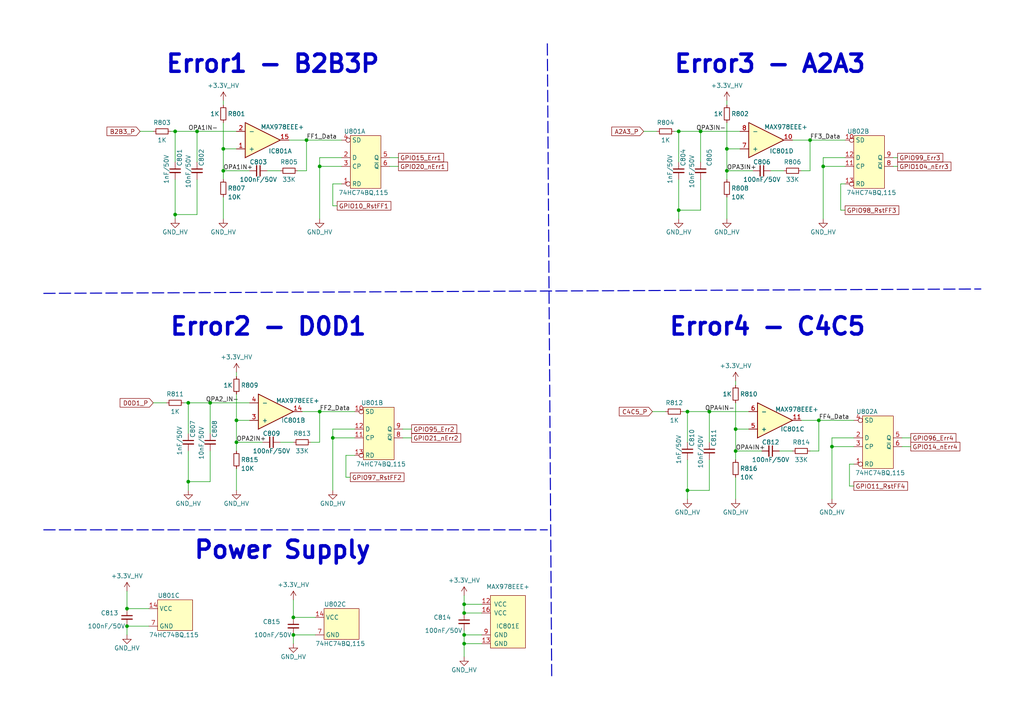
<source format=kicad_sch>
(kicad_sch (version 20211123) (generator eeschema)
  (paper "A4")
  (lib_symbols
    (symbol "LEA_SymbolLibrary:+3.3V_HV" (power) (pin_numbers hide) (pin_names (offset 0))
      (property "Value" "+3.3V_HV" (at 0 5.08 0))
      (symbol "+3.3V_HV_1_1"
        (polyline (pts (xy -0.762 1.27) (xy 0 2.54)))
        (polyline (pts (xy 0 0) (xy 0 2.54)))
        (polyline (pts (xy 0 2.54) (xy 0.762 1.27)))
        (pin power_in line (at 0 0 90) (length 0) hide (name "+3.3V_HV") (number "1"))
      )
    )
    (symbol "LEA_SymbolLibrary:74HC74BQ,115"
      (property "Reference" "U" (at -7.62 12.7 0))
      (property "Value" "74HC74BQ,115" (at -3.81 -5.08 0))
      (symbol "74HC74BQ,115_1_1"
        (rectangle (start -8.89 11.43) (end 0 -3.81) (stroke (width 0.1524)) (fill (type background)))
        (pin input inverted (at -11.43 -2.54 0) (length 2.54) (name "RD") (number "1"))
        (pin input line (at -11.43 5.08 0) (length 2.54) (name "D") (number "2"))
        (pin input line (at -11.43 2.54 0) (length 2.54) (name "CP") (number "3"))
        (pin input inverted (at -11.43 10.16 0) (length 2.54) (name "SD") (number "4"))
        (pin output line (at 2.54 5.08 180) (length 2.54) (name "Q") (number "5"))
        (pin output line (at 2.54 2.54 180) (length 2.54) (name "~{Q}") (number "6"))
      )
      (symbol "74HC74BQ,115_2_1"
        (rectangle (start -8.89 11.43) (end 0 -3.81) (stroke (width 0.1524)) (fill (type background)))
        (pin input inverted (at -11.43 10.16 0) (length 2.54) (name "SD") (number "10"))
        (pin input line (at -11.43 2.54 0) (length 2.54) (name "CP") (number "11"))
        (pin input line (at -11.43 5.08 0) (length 2.54) (name "D") (number "12"))
        (pin input inverted (at -11.43 -2.54 0) (length 2.54) (name "RD") (number "13"))
        (pin output line (at 2.54 2.54 180) (length 2.54) (name "~{Q}") (number "8"))
        (pin output line (at 2.54 5.08 180) (length 2.54) (name "Q") (number "9"))
      )
      (symbol "74HC74BQ,115_3_1"
        (rectangle (start -10.16 7.62) (end 0 -1.27) (stroke (width 0.1524)) (fill (type background)))
        (pin power_in line (at -12.7 5.08 0) (length 2.54) (name "VCC") (number "14"))
        (pin power_in line (at -12.7 0 0) (length 2.54) (name "GND") (number "7"))
      )
    )
    (symbol "LEA_SymbolLibrary:C_0402" (pin_numbers hide) (pin_names (offset 0.254) hide)
      (property "Reference" "C" (at 0.254 1.778 0))
      (property "Value" "C_0402" (at 0.254 -2.032 0))
      (symbol "C_0402_0_1"
        (polyline (pts (xy -1.524 -0.508) (xy 1.524 -0.508)) (stroke (width 0.3302)))
        (polyline (pts (xy -1.524 0.508) (xy 1.524 0.508)) (stroke (width 0.3048)))
      )
      (symbol "C_0402_1_1"
        (pin passive line (at 0 2.54 270) (length 2.032) (name "1") (number "1"))
        (pin passive line (at 0 -2.54 90) (length 2.032) (name "2") (number "2"))
      )
    )
    (symbol "LEA_SymbolLibrary:GND_HV" (power) (pin_numbers hide) (pin_names (offset 0))
      (property "Value" "GND_HV" (at -2.54 5.08 0))
      (symbol "GND_HV_1_1"
        (polyline (pts (xy 0 0) (xy 0 -1.27) (xy 1.27 -1.27) (xy 0 -2.54) (xy -1.27 -1.27) (xy 0 -1.27)))
        (pin power_in line (at 0 0 90) (length 0) hide (name "GND_HV") (number "1"))
      )
    )
    (symbol "LEA_SymbolLibrary:MAX978EEE+" (pin_names (offset 1.016))
      (property "Reference" "IC801" (at 5.08 -2.54 0))
      (property "Value" "MAX978EEE+" (at 5.08 8.89 0))
      (symbol "MAX978EEE+_1_1"
        (polyline (pts (xy -3.81 5.08) (xy 6.35 0) (xy -3.81 -5.08) (xy -3.81 5.08)) (stroke (width 0.254)) (fill (type background)))
        (pin input line (at -6.35 2.54 0) (length 2.54) (name "+") (number "1"))
        (pin output line (at 8.89 0 180) (length 2.54) (name "") (number "15"))
        (pin input line (at -6.35 -2.54 0) (length 2.54) (name "-") (number "2"))
      )
      (symbol "MAX978EEE+_2_1"
        (polyline (pts (xy -2.54 5.08) (xy 7.62 0) (xy -2.54 -5.08) (xy -2.54 5.08)) (stroke (width 0.254)) (fill (type background)))
        (pin output line (at 10.16 0 180) (length 2.54) (name "~") (number "14"))
        (pin input line (at -5.08 2.54 0) (length 2.54) (name "+") (number "3"))
        (pin input line (at -5.08 -2.54 0) (length 2.54) (name "-") (number "4"))
      )
      (symbol "MAX978EEE+_3_1"
        (polyline (pts (xy -5.08 5.08) (xy 5.08 0) (xy -5.08 -5.08) (xy -5.08 5.08)) (stroke (width 0.254)) (fill (type background)))
        (pin output line (at 7.62 0 180) (length 2.54) (name "~") (number "11"))
        (pin input line (at -7.62 2.54 0) (length 2.54) (name "+") (number "5"))
        (pin input line (at -7.62 -2.54 0) (length 2.54) (name "-") (number "6"))
      )
      (symbol "MAX978EEE+_4_1"
        (polyline (pts (xy -1.27 5.08) (xy 8.89 0) (xy -1.27 -5.08) (xy -1.27 5.08)) (stroke (width 0.254)) (fill (type background)))
        (pin output line (at 11.43 0 180) (length 2.54) (name "~") (number "10"))
        (pin input line (at -3.81 2.54 0) (length 2.54) (name "+") (number "7"))
        (pin input line (at -3.81 -2.54 0) (length 2.54) (name "-") (number "8"))
      )
      (symbol "MAX978EEE+_5_1"
        (rectangle (start 0 6.35) (end 10.16 -8.89) (fill (type background)))
        (pin input line (at -2.54 3.81 0) (length 2.54) (name "VCC") (number "12"))
        (pin input line (at -2.54 -7.62 0) (length 2.54) (name "GND") (number "13"))
        (pin input line (at -2.54 1.27 0) (length 2.54) (name "VCC") (number "16"))
        (pin input line (at -2.54 -5.08 0) (length 2.54) (name "GND") (number "9"))
      )
    )
    (symbol "LEA_SymbolLibrary:R_0402" (pin_numbers hide) (pin_names (offset 0.254) hide)
      (property "Reference" "R" (at 1.27 1.27 0))
      (property "Value" "R_0402" (at 1.27 -1.27 0))
      (symbol "R_0402_0_1"
        (rectangle (start -0.762 1.778) (end 0.762 -1.778) (stroke (width 0.2032)))
      )
      (symbol "R_0402_1_1"
        (pin passive line (at 0 2.54 270) (length 0.762) (name "~") (number "1"))
        (pin passive line (at 0 -2.54 90) (length 0.762) (name "~") (number "2"))
      )
    )
  )
  (junction (at 36.83 176.53))
  (junction (at 237.49 121.92))
  (junction (at 205.74 119.38))
  (junction (at 134.62 177.8))
  (junction (at 68.58 121.92))
  (junction (at 238.76 48.26))
  (junction (at 50.8 62.23))
  (junction (at 85.09 179.07))
  (junction (at 199.39 119.38))
  (junction (at 134.62 175.26))
  (junction (at 64.77 43.18))
  (junction (at 54.61 139.7))
  (junction (at 96.52 127))
  (junction (at 88.9 40.64))
  (junction (at 199.39 142.24))
  (junction (at 54.61 116.84))
  (junction (at 196.85 38.1))
  (junction (at 196.85 60.96))
  (junction (at 64.77 49.53))
  (junction (at 213.36 130.81))
  (junction (at 134.62 186.69))
  (junction (at 203.2 38.1))
  (junction (at 57.15 38.1))
  (junction (at 210.82 49.53))
  (junction (at 36.83 181.61))
  (junction (at 92.71 119.38))
  (junction (at 210.82 43.18))
  (junction (at 92.71 48.26))
  (junction (at 60.96 116.84))
  (junction (at 241.3 129.54))
  (junction (at 68.58 128.27))
  (junction (at 85.09 184.15))
  (junction (at 234.95 40.64))
  (junction (at 50.8 38.1))
  (junction (at 134.62 184.15))
  (junction (at 213.36 124.46))
  (wire (pts (xy 50.8 62.23) (xy 50.8 63.5)))
  (wire (pts (xy 85.09 184.15) (xy 91.44 184.15)))
  (wire (pts (xy 261.62 127) (xy 264.16 127)))
  (wire (pts (xy 213.36 116.84) (xy 213.36 124.46)))
  (wire (pts (xy 88.9 40.64) (xy 88.9 49.53)))
  (wire (pts (xy 44.45 116.84) (xy 48.26 116.84)))
  (wire (pts (xy 210.82 43.18) (xy 214.63 43.18)))
  (wire (pts (xy 237.49 121.92) (xy 237.49 130.81)))
  (wire (pts (xy 68.58 128.27) (xy 76.2 128.27)))
  (wire (pts (xy 243.84 53.34) (xy 243.84 60.96)))
  (wire (pts (xy 134.62 177.8) (xy 134.62 175.26)))
  (wire (pts (xy 88.9 40.64) (xy 99.06 40.64)))
  (wire (pts (xy 54.61 116.84) (xy 60.96 116.84)))
  (wire (pts (xy 36.83 176.53) (xy 43.18 176.53)))
  (wire (pts (xy 259.08 48.26) (xy 260.35 48.26)))
  (wire (pts (xy 97.79 59.69) (xy 96.52 59.69)))
  (wire (pts (xy 261.62 129.54) (xy 264.16 129.54)))
  (wire (pts (xy 113.03 48.26) (xy 115.57 48.26)))
  (wire (pts (xy 92.71 45.72) (xy 92.71 48.26)))
  (wire (pts (xy 210.82 35.56) (xy 210.82 43.18)))
  (wire (pts (xy 68.58 121.92) (xy 72.39 121.92)))
  (polyline (pts (xy 12.7 85.09) (xy 284.48 83.82)) (stroke (width 0.3)))
  (wire (pts (xy 203.2 52.07) (xy 203.2 60.96)))
  (wire (pts (xy 210.82 29.21) (xy 210.82 30.48)))
  (wire (pts (xy 196.85 38.1) (xy 196.85 46.99)))
  (wire (pts (xy 60.96 130.81) (xy 60.96 139.7)))
  (wire (pts (xy 245.11 60.96) (xy 243.84 60.96)))
  (wire (pts (xy 60.96 139.7) (xy 54.61 139.7)))
  (wire (pts (xy 64.77 43.18) (xy 68.58 43.18)))
  (wire (pts (xy 85.09 184.15) (xy 85.09 186.69)))
  (wire (pts (xy 241.3 127) (xy 247.65 127)))
  (wire (pts (xy 238.76 45.72) (xy 238.76 48.26)))
  (wire (pts (xy 234.95 40.64) (xy 245.11 40.64)))
  (wire (pts (xy 213.36 130.81) (xy 213.36 133.35)))
  (wire (pts (xy 139.7 175.26) (xy 134.62 175.26)))
  (wire (pts (xy 210.82 49.53) (xy 210.82 52.07)))
  (wire (pts (xy 85.09 179.07) (xy 91.44 179.07)))
  (wire (pts (xy 57.15 52.07) (xy 57.15 62.23)))
  (wire (pts (xy 50.8 62.23) (xy 57.15 62.23)))
  (wire (pts (xy 92.71 128.27) (xy 90.17 128.27)))
  (wire (pts (xy 199.39 142.24) (xy 199.39 144.78)))
  (wire (pts (xy 237.49 121.92) (xy 247.65 121.92)))
  (wire (pts (xy 100.33 138.43) (xy 100.33 132.08)))
  (wire (pts (xy 203.2 60.96) (xy 196.85 60.96)))
  (wire (pts (xy 36.83 181.61) (xy 36.83 184.15)))
  (wire (pts (xy 113.03 45.72) (xy 115.57 45.72)))
  (wire (pts (xy 68.58 135.89) (xy 68.58 142.24)))
  (wire (pts (xy 116.84 124.46) (xy 119.38 124.46)))
  (wire (pts (xy 210.82 43.18) (xy 210.82 49.53)))
  (wire (pts (xy 60.96 116.84) (xy 72.39 116.84)))
  (wire (pts (xy 68.58 114.3) (xy 68.58 121.92)))
  (wire (pts (xy 199.39 119.38) (xy 199.39 128.27)))
  (wire (pts (xy 229.87 40.64) (xy 234.95 40.64)))
  (wire (pts (xy 50.8 38.1) (xy 57.15 38.1)))
  (wire (pts (xy 96.52 59.69) (xy 96.52 53.34)))
  (wire (pts (xy 116.84 127) (xy 119.38 127)))
  (wire (pts (xy 68.58 121.92) (xy 68.58 128.27)))
  (wire (pts (xy 246.38 140.97) (xy 246.38 134.62)))
  (wire (pts (xy 134.62 184.15) (xy 134.62 186.69)))
  (wire (pts (xy 96.52 53.34) (xy 99.06 53.34)))
  (wire (pts (xy 64.77 43.18) (xy 64.77 49.53)))
  (wire (pts (xy 205.74 133.35) (xy 205.74 142.24)))
  (wire (pts (xy 196.85 60.96) (xy 196.85 63.5)))
  (wire (pts (xy 96.52 127) (xy 102.87 127)))
  (wire (pts (xy 85.09 173.99) (xy 85.09 179.07)))
  (wire (pts (xy 226.06 130.81) (xy 229.87 130.81)))
  (wire (pts (xy 92.71 119.38) (xy 102.87 119.38)))
  (wire (pts (xy 54.61 130.81) (xy 54.61 139.7)))
  (wire (pts (xy 36.83 171.45) (xy 36.83 176.53)))
  (wire (pts (xy 92.71 119.38) (xy 92.71 128.27)))
  (wire (pts (xy 238.76 48.26) (xy 238.76 63.5)))
  (wire (pts (xy 60.96 116.84) (xy 60.96 125.73)))
  (wire (pts (xy 247.65 140.97) (xy 246.38 140.97)))
  (wire (pts (xy 238.76 45.72) (xy 245.11 45.72)))
  (wire (pts (xy 57.15 38.1) (xy 68.58 38.1)))
  (wire (pts (xy 92.71 48.26) (xy 99.06 48.26)))
  (wire (pts (xy 199.39 133.35) (xy 199.39 142.24)))
  (wire (pts (xy 134.62 186.69) (xy 139.7 186.69)))
  (wire (pts (xy 213.36 124.46) (xy 213.36 130.81)))
  (wire (pts (xy 241.3 127) (xy 241.3 129.54)))
  (wire (pts (xy 223.52 49.53) (xy 227.33 49.53)))
  (wire (pts (xy 77.47 49.53) (xy 81.28 49.53)))
  (wire (pts (xy 210.82 57.15) (xy 210.82 63.5)))
  (wire (pts (xy 186.69 38.1) (xy 190.5 38.1)))
  (wire (pts (xy 68.58 107.95) (xy 68.58 109.22)))
  (wire (pts (xy 92.71 48.26) (xy 92.71 63.5)))
  (wire (pts (xy 196.85 38.1) (xy 203.2 38.1)))
  (wire (pts (xy 139.7 177.8) (xy 134.62 177.8)))
  (wire (pts (xy 213.36 124.46) (xy 217.17 124.46)))
  (wire (pts (xy 243.84 53.34) (xy 245.11 53.34)))
  (wire (pts (xy 198.12 119.38) (xy 199.39 119.38)))
  (wire (pts (xy 234.95 49.53) (xy 232.41 49.53)))
  (wire (pts (xy 205.74 119.38) (xy 217.17 119.38)))
  (wire (pts (xy 199.39 119.38) (xy 205.74 119.38)))
  (wire (pts (xy 241.3 129.54) (xy 247.65 129.54)))
  (wire (pts (xy 195.58 38.1) (xy 196.85 38.1)))
  (wire (pts (xy 81.28 128.27) (xy 85.09 128.27)))
  (wire (pts (xy 259.08 45.72) (xy 260.35 45.72)))
  (wire (pts (xy 205.74 142.24) (xy 199.39 142.24)))
  (wire (pts (xy 196.85 52.07) (xy 196.85 60.96)))
  (wire (pts (xy 96.52 124.46) (xy 102.87 124.46)))
  (wire (pts (xy 213.36 130.81) (xy 220.98 130.81)))
  (wire (pts (xy 49.53 38.1) (xy 50.8 38.1)))
  (wire (pts (xy 203.2 38.1) (xy 203.2 46.99)))
  (polyline (pts (xy 158.75 12.7) (xy 160.02 196.85)) (stroke (width 0.3)))
  (wire (pts (xy 50.8 52.07) (xy 50.8 62.23)))
  (wire (pts (xy 246.38 134.62) (xy 247.65 134.62)))
  (wire (pts (xy 238.76 48.26) (xy 245.11 48.26)))
  (wire (pts (xy 50.8 38.1) (xy 50.8 46.99)))
  (wire (pts (xy 210.82 49.53) (xy 218.44 49.53)))
  (wire (pts (xy 203.2 38.1) (xy 214.63 38.1)))
  (wire (pts (xy 64.77 49.53) (xy 64.77 52.07)))
  (wire (pts (xy 40.64 38.1) (xy 44.45 38.1)))
  (wire (pts (xy 64.77 29.21) (xy 64.77 30.48)))
  (wire (pts (xy 234.95 40.64) (xy 234.95 49.53)))
  (wire (pts (xy 241.3 129.54) (xy 241.3 144.78)))
  (wire (pts (xy 54.61 116.84) (xy 54.61 125.73)))
  (wire (pts (xy 68.58 128.27) (xy 68.58 130.81)))
  (wire (pts (xy 88.9 49.53) (xy 86.36 49.53)))
  (wire (pts (xy 36.83 181.61) (xy 43.18 181.61)))
  (wire (pts (xy 101.6 138.43) (xy 100.33 138.43)))
  (wire (pts (xy 189.23 119.38) (xy 193.04 119.38)))
  (wire (pts (xy 232.41 121.92) (xy 237.49 121.92)))
  (wire (pts (xy 64.77 57.15) (xy 64.77 63.5)))
  (wire (pts (xy 205.74 119.38) (xy 205.74 128.27)))
  (wire (pts (xy 96.52 127) (xy 96.52 142.24)))
  (wire (pts (xy 92.71 45.72) (xy 99.06 45.72)))
  (wire (pts (xy 57.15 38.1) (xy 57.15 46.99)))
  (wire (pts (xy 134.62 186.69) (xy 134.62 190.5)))
  (wire (pts (xy 87.63 119.38) (xy 92.71 119.38)))
  (wire (pts (xy 54.61 139.7) (xy 54.61 142.24)))
  (wire (pts (xy 213.36 138.43) (xy 213.36 144.78)))
  (wire (pts (xy 96.52 124.46) (xy 96.52 127)))
  (wire (pts (xy 139.7 184.15) (xy 134.62 184.15)))
  (wire (pts (xy 100.33 132.08) (xy 102.87 132.08)))
  (polyline (pts (xy 12.7 153.67) (xy 158.75 153.67)) (stroke (width 0.3)))
  (wire (pts (xy 134.62 175.26) (xy 134.62 172.72)))
  (wire (pts (xy 134.62 182.88) (xy 134.62 184.15)))
  (wire (pts (xy 64.77 49.53) (xy 72.39 49.53)))
  (wire (pts (xy 64.77 35.56) (xy 64.77 43.18)))
  (wire (pts (xy 213.36 110.49) (xy 213.36 111.76)))
  (wire (pts (xy 83.82 40.64) (xy 88.9 40.64)))
  (wire (pts (xy 53.34 116.84) (xy 54.61 116.84)))
  (wire (pts (xy 237.49 130.81) (xy 234.95 130.81)))
  (text "Error1 - B2B3P" (at 110.49 21.59 180) (effects (font (size 5 5) bold) (justify right bottom)))
  (text "Error3 - A2A3" (at 251.46 21.59 180) (effects (font (size 5 5) bold) (justify right bottom)))
  (text "Power Supply" (at 107.95 162.56 180) (effects (font (size 5 5) bold) (justify right bottom)))
  (text "Error2 - D0D1" (at 106.68 97.79 180) (effects (font (size 5 5) bold) (justify right bottom)))
  (text "Error4 - C4C5" (at 251.46 97.79 180) (effects (font (size 5 5) bold) (justify right bottom)))
  (label "OPA4IN-" (at 204.47 119.38 0))
  (label "FF1_Data" (at 88.9 40.64 0))
  (label "OPA2IN+" (at 68.58 128.27 0))
  (label "OPA1IN-" (at 54.61 38.1 0))
  (label "FF4_Data" (at 237.49 121.92 0))
  (label "OPA3IN-" (at 201.93 38.1 0))
  (label "FF2_Data" (at 92.71 119.38 0))
  (label "OPA4IN+" (at 213.36 130.81 0))
  (label "FF3_Data" (at 234.95 40.64 0))
  (label "OPA1IN+" (at 64.77 49.53 0))
  (label "OPA2_IN-" (at 59.69 116.84 0))
  (label "OPA3IN+" (at 210.82 49.53 0))
  (global_label "GPIO11_RstFF4" (shape passive) (at 247.65 140.97 0) (property "Intersheet References" "${INTERSHEET_REFS}" (effects hide)))
  (global_label "GPIO97_RstFF2" (shape passive) (at 101.6 138.43 0) (property "Intersheet References" "${INTERSHEET_REFS}" (effects hide)))
  (global_label "GPIO15_Err1" (shape passive) (at 115.57 45.72 0) (property "Intersheet References" "${INTERSHEET_REFS}" (effects hide)))
  (global_label "GPIO96_Err4" (shape passive) (at 264.16 127 0) (property "Intersheet References" "${INTERSHEET_REFS}" (effects hide)))
  (global_label "GPIO20_nErr1" (shape passive) (at 115.57 48.26 0) (property "Intersheet References" "${INTERSHEET_REFS}" (effects hide)))
  (global_label "GPIO99_Err3" (shape passive) (at 260.35 45.72 0) (property "Intersheet References" "${INTERSHEET_REFS}" (effects hide)))
  (global_label "GPIO10_RstFF1" (shape passive) (at 97.79 59.69 0) (property "Intersheet References" "${INTERSHEET_REFS}" (effects hide)))
  (global_label "GPIO95_Err2" (shape passive) (at 119.38 124.46 0) (property "Intersheet References" "${INTERSHEET_REFS}" (effects hide)))
  (global_label "C4C5_P" (shape input) (at 189.23 119.38 180) (property "Intersheet References" "${INTERSHEET_REFS}" (effects hide)))
  (global_label "GPIO21_nErr2" (shape passive) (at 119.38 127 0) (property "Intersheet References" "${INTERSHEET_REFS}" (effects hide)))
  (global_label "D0D1_P" (shape input) (at 44.45 116.84 180) (property "Intersheet References" "${INTERSHEET_REFS}" (effects hide)))
  (global_label "GPIO98_RstFF3" (shape passive) (at 245.11 60.96 0) (property "Intersheet References" "${INTERSHEET_REFS}" (effects hide)))
  (global_label "B2B3_P" (shape input) (at 40.64 38.1 180) (property "Intersheet References" "${INTERSHEET_REFS}" (effects hide)))
  (global_label "GPIO104_nErr3" (shape passive) (at 260.35 48.26 0) (property "Intersheet References" "${INTERSHEET_REFS}" (effects hide)))
  (global_label "A2A3_P" (shape input) (at 186.69 38.1 180) (property "Intersheet References" "${INTERSHEET_REFS}" (effects hide)))
  (global_label "GPIO14_nErr4" (shape passive) (at 264.16 129.54 0) (property "Intersheet References" "${INTERSHEET_REFS}" (effects hide)))
  (symbol (lib_id "LEA_SymbolLibrary:+3.3V_HV") (at 85.09 173.99 0) (unit 1)
    (property "Reference" "#PWR0819" (effects hide))
    (property "Value" "+3.3V_HV" (at 85.09 169.5958 0))
  )
  (symbol (lib_id "LEA_SymbolLibrary:74HC74BQ,115") (at 114.3 129.54 0) (unit 2)
    (property "Reference" "U801" (at 107.95 116.84 0))
    (property "Value" "74HC74BQ,115" (at 110.49 134.62 0))
    (property "Footprint" "LEA_FootprintLibrary:DHVQFN14_SOT762-1_Nexpria" (effects hide))
    (property "Datasheet" "https://www.mouser.de/datasheet/2/916/74HC_HCT74-1319854.pdf" (effects hide))
    (property "Manufacturer" "Nexperia" (effects hide))
    (property "Mouser No" "771-74HC74BQ-G" (effects hide))
    (property "Mfr. No" "74HC74BQ,115" (effects hide))
  )
  (symbol (lib_id "LEA_SymbolLibrary:R_0402") (at 68.58 133.35 180) (unit 1)
    (property "Reference" "R815" (at 69.85 133.35 0) (effects (justify right)))
    (property "Value" "10K" (at 69.85 135.89 0) (effects (justify right)))
    (property "Footprint" "LEA_FootprintLibrary:R_0402" (effects hide))
  )
  (symbol (lib_id "LEA_SymbolLibrary:C_0402") (at 78.74 128.27 270) (unit 1)
    (property "Reference" "C809" (at 78.74 125.73 90))
    (property "Value" "100nF/50V" (at 78.74 130.81 90))
    (property "Footprint" "LEA_FootprintLibrary:C_0402" (effects hide))
  )
  (symbol (lib_id "LEA_SymbolLibrary:MAX978EEE+") (at 224.79 121.92 0) (mirror x) (unit 3)
    (property "Reference" "IC801" (at 229.87 124.46 0))
    (property "Value" "MAX978EEE+" (at 231.14 118.745 0))
    (property "Footprint" "LEA_FootprintLibrary:QSOP_16_Maxim_E16+1" (effects hide))
    (property "Datasheet" "https://www.mouser.de/datasheet/2/256/MAX976-MAX998-1292341.pdf" (effects hide))
    (property "Manufacturer" "Maxim Integrated" (effects hide))
    (property "Mouser No" "700-MAX978EEE" (effects hide))
    (property "Mfr. No" "MAX978EEE+" (effects hide))
  )
  (symbol (lib_id "LEA_SymbolLibrary:R_0402") (at 213.36 135.89 180) (unit 1)
    (property "Reference" "R816" (at 214.63 135.89 0) (effects (justify right)))
    (property "Value" "10K" (at 214.63 138.43 0) (effects (justify right)))
    (property "Footprint" "LEA_FootprintLibrary:R_0402" (effects hide))
  )
  (symbol (lib_id "LEA_SymbolLibrary:GND_HV") (at 68.58 142.24 0) (unit 1)
    (property "Reference" "#PWR0812" (effects hide))
    (property "Value" "GND_HV" (at 68.58 146.05 0))
  )
  (symbol (lib_id "LEA_SymbolLibrary:C_0402") (at 134.62 180.34 0) (unit 1)
    (property "Reference" "C814" (at 125.73 179.07 0) (effects (justify left)))
    (property "Value" "100nF/50V" (at 123.19 182.88 0) (effects (justify left)))
    (property "Footprint" "LEA_FootprintLibrary:C_0402" (effects hide))
  )
  (symbol (lib_id "LEA_SymbolLibrary:GND_HV") (at 134.62 190.5 0) (unit 1)
    (property "Reference" "#PWR0822" (effects hide))
    (property "Value" "GND_HV" (at 134.62 194.31 0))
  )
  (symbol (lib_id "LEA_SymbolLibrary:+3.3V_HV") (at 213.36 110.49 0) (unit 1)
    (property "Reference" "#PWR0810" (effects hide))
    (property "Value" "+3.3V_HV" (at 213.36 106.0958 0))
  )
  (symbol (lib_id "LEA_SymbolLibrary:R_0402") (at 64.77 33.02 180) (unit 1)
    (property "Reference" "R801" (at 66.04 33.02 0) (effects (justify right)))
    (property "Value" "1K" (at 60.96 33.02 0) (effects (justify right)))
    (property "Footprint" "LEA_FootprintLibrary:R_0402" (effects hide))
  )
  (symbol (lib_id "LEA_SymbolLibrary:C_0402") (at 57.15 49.53 0) (unit 1)
    (property "Reference" "C802" (at 58.42 48.26 90) (effects (justify left)))
    (property "Value" "10nF/50V" (at 54.61 54.61 90) (effects (justify left)))
    (property "Footprint" "LEA_FootprintLibrary:C_0402" (effects hide))
  )
  (symbol (lib_id "LEA_SymbolLibrary:R_0402") (at 46.99 38.1 90) (unit 1)
    (property "Reference" "R803" (at 46.99 35.56 90))
    (property "Value" "1K" (at 46.99 40.64 90))
    (property "Footprint" "LEA_FootprintLibrary:R_0402" (effects hide))
  )
  (symbol (lib_id "LEA_SymbolLibrary:GND_HV") (at 238.76 63.5 0) (unit 1)
    (property "Reference" "#PWR0808" (effects hide))
    (property "Value" "GND_HV" (at 238.76 67.31 0))
  )
  (symbol (lib_id "LEA_SymbolLibrary:C_0402") (at 74.93 49.53 270) (unit 1)
    (property "Reference" "C803" (at 74.93 46.99 90))
    (property "Value" "100nF/50V" (at 74.93 52.07 90))
    (property "Footprint" "LEA_FootprintLibrary:C_0402" (effects hide))
  )
  (symbol (lib_id "LEA_SymbolLibrary:R_0402") (at 68.58 111.76 180) (unit 1)
    (property "Reference" "R809" (at 69.85 111.76 0) (effects (justify right)))
    (property "Value" "1K" (at 64.77 111.76 0) (effects (justify right)))
    (property "Footprint" "LEA_FootprintLibrary:R_0402" (effects hide))
  )
  (symbol (lib_id "LEA_SymbolLibrary:R_0402") (at 210.82 33.02 180) (unit 1)
    (property "Reference" "R802" (at 212.09 33.02 0) (effects (justify right)))
    (property "Value" "1K" (at 207.01 33.02 0) (effects (justify right)))
    (property "Footprint" "LEA_FootprintLibrary:R_0402" (effects hide))
  )
  (symbol (lib_id "LEA_SymbolLibrary:R_0402") (at 229.87 49.53 90) (unit 1)
    (property "Reference" "R806" (at 229.87 46.99 90))
    (property "Value" "33K" (at 229.87 52.07 90))
    (property "Footprint" "LEA_FootprintLibrary:R_0402" (effects hide))
  )
  (symbol (lib_id "LEA_SymbolLibrary:+3.3V_HV") (at 36.83 171.45 0) (unit 1)
    (property "Reference" "#PWR0817" (effects hide))
    (property "Value" "+3.3V_HV" (at 36.83 167.0558 0))
  )
  (symbol (lib_id "LEA_SymbolLibrary:74HC74BQ,115") (at 104.14 184.15 0) (unit 3)
    (property "Reference" "U802" (at 93.98 175.26 0) (effects (justify left)))
    (property "Value" "74HC74BQ,115" (at 91.44 186.69 0) (effects (justify left)))
    (property "Footprint" "LEA_FootprintLibrary:DHVQFN14_SOT762-1_Nexpria" (effects hide))
    (property "Datasheet" "https://www.mouser.de/datasheet/2/916/74HC_HCT74-1319854.pdf" (effects hide))
    (property "Manufacturer" "Nexperia" (effects hide))
    (property "Mouser No" "771-74HC74BQ-G" (effects hide))
    (property "Mfr. No" "74HC74BQ,115" (effects hide))
  )
  (symbol (lib_id "LEA_SymbolLibrary:74HC74BQ,115") (at 256.54 50.8 0) (unit 2)
    (property "Reference" "U802" (at 248.92 38.1 0))
    (property "Value" "74HC74BQ,115" (at 252.73 55.88 0))
    (property "Footprint" "LEA_FootprintLibrary:DHVQFN14_SOT762-1_Nexpria" (effects hide))
    (property "Datasheet" "https://www.mouser.de/datasheet/2/916/74HC_HCT74-1319854.pdf" (effects hide))
    (property "Manufacturer" "Nexperia" (effects hide))
    (property "Mouser No" "771-74HC74BQ-G" (effects hide))
    (property "Mfr. No" "74HC74BQ,115" (effects hide))
  )
  (symbol (lib_id "LEA_SymbolLibrary:GND_HV") (at 210.82 63.5 0) (unit 1)
    (property "Reference" "#PWR0807" (effects hide))
    (property "Value" "GND_HV" (at 210.82 67.31 0))
  )
  (symbol (lib_id "LEA_SymbolLibrary:GND_HV") (at 85.09 186.69 0) (unit 1)
    (property "Reference" "#PWR0821" (effects hide))
    (property "Value" "GND_HV" (at 85.09 190.5 0))
  )
  (symbol (lib_id "LEA_SymbolLibrary:+3.3V_HV") (at 134.62 172.72 0) (unit 1)
    (property "Reference" "#PWR0818" (effects hide))
    (property "Value" "+3.3V_HV" (at 134.62 168.3258 0))
  )
  (symbol (lib_id "LEA_SymbolLibrary:GND_HV") (at 92.71 63.5 0) (unit 1)
    (property "Reference" "#PWR0805" (effects hide))
    (property "Value" "GND_HV" (at 92.71 67.31 0))
  )
  (symbol (lib_id "LEA_SymbolLibrary:R_0402") (at 195.58 119.38 90) (unit 1)
    (property "Reference" "R812" (at 195.58 116.84 90))
    (property "Value" "1K" (at 195.58 121.92 90))
    (property "Footprint" "LEA_FootprintLibrary:R_0402" (effects hide))
  )
  (symbol (lib_id "LEA_SymbolLibrary:74HC74BQ,115") (at 55.88 181.61 0) (unit 3)
    (property "Reference" "U801" (at 45.72 172.72 0) (effects (justify left)))
    (property "Value" "74HC74BQ,115" (at 43.18 184.15 0) (effects (justify left)))
    (property "Footprint" "LEA_FootprintLibrary:DHVQFN14_SOT762-1_Nexpria" (effects hide))
    (property "Datasheet" "https://www.mouser.de/datasheet/2/916/74HC_HCT74-1319854.pdf" (effects hide))
    (property "Manufacturer" "Nexperia" (effects hide))
    (property "Mouser No" "771-74HC74BQ-G" (effects hide))
    (property "Mfr. No" "74HC74BQ,115" (effects hide))
  )
  (symbol (lib_id "LEA_SymbolLibrary:R_0402") (at 83.82 49.53 90) (unit 1)
    (property "Reference" "R805" (at 83.82 46.99 90))
    (property "Value" "33K" (at 83.82 52.07 90))
    (property "Footprint" "LEA_FootprintLibrary:R_0402" (effects hide))
  )
  (symbol (lib_id "LEA_SymbolLibrary:GND_HV") (at 96.52 142.24 0) (unit 1)
    (property "Reference" "#PWR0813" (effects hide))
    (property "Value" "GND_HV" (at 96.52 146.05 0))
  )
  (symbol (lib_id "LEA_SymbolLibrary:GND_HV") (at 213.36 144.78 0) (unit 1)
    (property "Reference" "#PWR0815" (effects hide))
    (property "Value" "GND_HV" (at 213.36 148.59 0))
  )
  (symbol (lib_id "LEA_SymbolLibrary:GND_HV") (at 196.85 63.5 0) (unit 1)
    (property "Reference" "#PWR0806" (effects hide))
    (property "Value" "GND_HV" (at 196.85 67.31 0))
  )
  (symbol (lib_id "LEA_SymbolLibrary:GND_HV") (at 50.8 63.5 0) (unit 1)
    (property "Reference" "#PWR0803" (effects hide))
    (property "Value" "GND_HV" (at 50.8 67.31 0))
  )
  (symbol (lib_id "LEA_SymbolLibrary:C_0402") (at 50.8 49.53 0) (unit 1)
    (property "Reference" "C801" (at 52.07 48.26 90) (effects (justify left)))
    (property "Value" "1nF/50V" (at 48.26 53.34 90) (effects (justify left)))
    (property "Footprint" "LEA_FootprintLibrary:C_0402" (effects hide))
  )
  (symbol (lib_id "LEA_SymbolLibrary:R_0402") (at 232.41 130.81 90) (unit 1)
    (property "Reference" "R814" (at 232.41 128.27 90))
    (property "Value" "33K" (at 232.41 133.35 90))
    (property "Footprint" "LEA_FootprintLibrary:R_0402" (effects hide))
  )
  (symbol (lib_id "LEA_SymbolLibrary:MAX978EEE+") (at 77.47 119.38 0) (mirror x) (unit 2)
    (property "Reference" "IC801" (at 85.09 121.92 0))
    (property "Value" "MAX978EEE+" (at 86.36 116.205 0))
    (property "Footprint" "LEA_FootprintLibrary:QSOP_16_Maxim_E16+1" (effects hide))
    (property "Datasheet" "https://www.mouser.de/datasheet/2/256/MAX976-MAX998-1292341.pdf" (effects hide))
    (property "Manufacturer" "Maxim Integrated" (effects hide))
    (property "Mouser No" "700-MAX978EEE" (effects hide))
    (property "Mfr. No" "MAX978EEE+" (effects hide))
  )
  (symbol (lib_id "LEA_SymbolLibrary:C_0402") (at 220.98 49.53 270) (unit 1)
    (property "Reference" "C806" (at 220.98 46.99 90))
    (property "Value" "100nF/50V" (at 220.98 52.07 90))
    (property "Footprint" "LEA_FootprintLibrary:C_0402" (effects hide))
  )
  (symbol (lib_id "LEA_SymbolLibrary:GND_HV") (at 199.39 144.78 0) (unit 1)
    (property "Reference" "#PWR0814" (effects hide))
    (property "Value" "GND_HV" (at 199.39 148.59 0))
  )
  (symbol (lib_id "LEA_SymbolLibrary:C_0402") (at 60.96 128.27 0) (unit 1)
    (property "Reference" "C808" (at 62.23 127 90) (effects (justify left)))
    (property "Value" "10nF/50V" (at 58.42 133.35 90) (effects (justify left)))
    (property "Footprint" "LEA_FootprintLibrary:C_0402" (effects hide))
  )
  (symbol (lib_id "LEA_SymbolLibrary:C_0402") (at 36.83 179.07 0) (unit 1)
    (property "Reference" "C813" (at 29.21 177.8 0) (effects (justify left)))
    (property "Value" "100nF/50V" (at 25.4 181.61 0) (effects (justify left)))
    (property "Footprint" "LEA_FootprintLibrary:C_0402" (effects hide))
  )
  (symbol (lib_id "LEA_SymbolLibrary:C_0402") (at 205.74 130.81 0) (unit 1)
    (property "Reference" "C811" (at 207.01 129.54 90) (effects (justify left)))
    (property "Value" "10nF/50V" (at 203.2 135.89 90) (effects (justify left)))
    (property "Footprint" "LEA_FootprintLibrary:C_0402" (effects hide))
  )
  (symbol (lib_id "LEA_SymbolLibrary:MAX978EEE+") (at 74.93 40.64 0) (mirror x) (unit 1)
    (property "Reference" "IC801" (at 81.28 43.815 0))
    (property "Value" "MAX978EEE+" (at 81.915 36.83 0))
    (property "Footprint" "LEA_FootprintLibrary:QSOP_16_Maxim_E16+1" (effects hide))
    (property "Datasheet" "https://www.mouser.de/datasheet/2/256/MAX976-MAX998-1292341.pdf" (effects hide))
    (property "Manufacturer" "Maxim Integrated" (effects hide))
    (property "Mouser No" "700-MAX978EEE" (effects hide))
    (property "Mfr. No" "MAX978EEE+" (effects hide))
  )
  (symbol (lib_id "LEA_SymbolLibrary:MAX978EEE+") (at 142.24 179.07 0) (unit 5)
    (property "Reference" "IC801" (at 147.32 181.61 0))
    (property "Value" "MAX978EEE+" (at 147.32 170.18 0))
    (property "Footprint" "LEA_FootprintLibrary:QSOP_16_Maxim_E16+1" (effects hide))
    (property "Datasheet" "https://www.mouser.de/datasheet/2/256/MAX976-MAX998-1292341.pdf" (effects hide))
    (property "Manufacturer" "Maxim Integrated" (effects hide))
    (property "Mouser No" "700-MAX978EEE" (effects hide))
    (property "Mfr. No" "MAX978EEE+" (effects hide))
  )
  (symbol (lib_id "LEA_SymbolLibrary:C_0402") (at 196.85 49.53 0) (unit 1)
    (property "Reference" "C804" (at 198.12 48.26 90) (effects (justify left)))
    (property "Value" "1nF/50V" (at 194.31 53.34 90) (effects (justify left)))
    (property "Footprint" "LEA_FootprintLibrary:C_0402" (effects hide))
  )
  (symbol (lib_id "LEA_SymbolLibrary:C_0402") (at 203.2 49.53 0) (unit 1)
    (property "Reference" "C805" (at 205.74 48.26 90) (effects (justify left)))
    (property "Value" "10nF/50V" (at 200.66 54.61 90) (effects (justify left)))
    (property "Footprint" "LEA_FootprintLibrary:C_0402" (effects hide))
  )
  (symbol (lib_id "LEA_SymbolLibrary:+3.3V_HV") (at 210.82 29.21 0) (unit 1)
    (property "Reference" "#PWR0802" (effects hide))
    (property "Value" "+3.3V_HV" (at 210.82 24.8158 0))
  )
  (symbol (lib_id "LEA_SymbolLibrary:GND_HV") (at 36.83 184.15 0) (unit 1)
    (property "Reference" "#PWR0820" (effects hide))
    (property "Value" "GND_HV" (at 36.83 187.96 0))
  )
  (symbol (lib_id "LEA_SymbolLibrary:R_0402") (at 50.8 116.84 90) (unit 1)
    (property "Reference" "R811" (at 50.8 114.3 90))
    (property "Value" "1K" (at 50.8 119.38 90))
    (property "Footprint" "LEA_FootprintLibrary:R_0402" (effects hide))
  )
  (symbol (lib_id "LEA_SymbolLibrary:R_0402") (at 87.63 128.27 90) (unit 1)
    (property "Reference" "R813" (at 87.63 125.73 90))
    (property "Value" "33K" (at 87.63 130.81 90))
    (property "Footprint" "LEA_FootprintLibrary:R_0402" (effects hide))
  )
  (symbol (lib_id "LEA_SymbolLibrary:GND_HV") (at 241.3 144.78 0) (unit 1)
    (property "Reference" "#PWR0816" (effects hide))
    (property "Value" "GND_HV" (at 241.3 148.59 0))
  )
  (symbol (lib_id "LEA_SymbolLibrary:MAX978EEE+") (at 218.44 40.64 0) (mirror x) (unit 4)
    (property "Reference" "IC801" (at 226.695 43.815 0))
    (property "Value" "MAX978EEE+" (at 227.965 36.83 0))
    (property "Footprint" "LEA_FootprintLibrary:QSOP_16_Maxim_E16+1" (effects hide))
    (property "Datasheet" "https://www.mouser.de/datasheet/2/256/MAX976-MAX998-1292341.pdf" (effects hide))
    (property "Manufacturer" "Maxim Integrated" (effects hide))
    (property "Mouser No" "700-MAX978EEE" (effects hide))
    (property "Mfr. No" "MAX978EEE+" (effects hide))
  )
  (symbol (lib_id "LEA_SymbolLibrary:R_0402") (at 210.82 54.61 180) (unit 1)
    (property "Reference" "R808" (at 212.09 54.61 0) (effects (justify right)))
    (property "Value" "10K" (at 212.09 57.15 0) (effects (justify right)))
    (property "Footprint" "LEA_FootprintLibrary:R_0402" (effects hide))
  )
  (symbol (lib_id "LEA_SymbolLibrary:+3.3V_HV") (at 68.58 107.95 0) (unit 1)
    (property "Reference" "#PWR0809" (effects hide))
    (property "Value" "+3.3V_HV" (at 68.58 103.5558 0))
  )
  (symbol (lib_id "LEA_SymbolLibrary:74HC74BQ,115") (at 110.49 50.8 0) (unit 1)
    (property "Reference" "U801" (at 102.87 38.1 0))
    (property "Value" "74HC74BQ,115" (at 105.41 55.88 0))
    (property "Footprint" "LEA_FootprintLibrary:DHVQFN14_SOT762-1_Nexpria" (effects hide))
    (property "Datasheet" "https://www.mouser.de/datasheet/2/916/74HC_HCT74-1319854.pdf" (effects hide))
    (property "Manufacturer" "Nexperia" (effects hide))
    (property "Mouser No" "771-74HC74BQ-G" (effects hide))
    (property "Mfr. No" "74HC74BQ,115" (effects hide))
  )
  (symbol (lib_id "LEA_SymbolLibrary:C_0402") (at 85.09 181.61 0) (unit 1)
    (property "Reference" "C815" (at 76.2 180.34 0) (effects (justify left)))
    (property "Value" "100nF/50V" (at 73.66 184.15 0) (effects (justify left)))
    (property "Footprint" "LEA_FootprintLibrary:C_0402" (effects hide))
  )
  (symbol (lib_id "LEA_SymbolLibrary:74HC74BQ,115") (at 259.08 132.08 0) (unit 1)
    (property "Reference" "U802" (at 251.46 119.38 0))
    (property "Value" "74HC74BQ,115" (at 255.27 137.16 0))
    (property "Footprint" "LEA_FootprintLibrary:DHVQFN14_SOT762-1_Nexpria" (effects hide))
    (property "Datasheet" "https://www.mouser.de/datasheet/2/916/74HC_HCT74-1319854.pdf" (effects hide))
    (property "Manufacturer" "Nexperia" (effects hide))
    (property "Mouser No" "771-74HC74BQ-G" (effects hide))
    (property "Mfr. No" "74HC74BQ,115" (effects hide))
  )
  (symbol (lib_id "LEA_SymbolLibrary:R_0402") (at 193.04 38.1 90) (unit 1)
    (property "Reference" "R804" (at 193.04 35.56 90))
    (property "Value" "1K" (at 193.04 40.64 90))
    (property "Footprint" "LEA_FootprintLibrary:R_0402" (effects hide))
  )
  (symbol (lib_id "LEA_SymbolLibrary:C_0402") (at 223.52 130.81 270) (unit 1)
    (property "Reference" "C812" (at 223.52 128.27 90))
    (property "Value" "100nF/50V" (at 223.52 133.35 90))
    (property "Footprint" "LEA_FootprintLibrary:C_0402" (effects hide))
  )
  (symbol (lib_id "LEA_SymbolLibrary:GND_HV") (at 54.61 142.24 0) (unit 1)
    (property "Reference" "#PWR0811" (effects hide))
    (property "Value" "GND_HV" (at 54.61 146.05 0))
  )
  (symbol (lib_id "LEA_SymbolLibrary:GND_HV") (at 64.77 63.5 0) (unit 1)
    (property "Reference" "#PWR0804" (effects hide))
    (property "Value" "GND_HV" (at 64.77 67.31 0))
  )
  (symbol (lib_id "LEA_SymbolLibrary:C_0402") (at 54.61 128.27 0) (unit 1)
    (property "Reference" "C807" (at 55.88 127 90) (effects (justify left)))
    (property "Value" "1nF/50V" (at 52.07 132.08 90) (effects (justify left)))
    (property "Footprint" "LEA_FootprintLibrary:C_0402" (effects hide))
  )
  (symbol (lib_id "LEA_SymbolLibrary:R_0402") (at 213.36 114.3 180) (unit 1)
    (property "Reference" "R810" (at 214.63 114.3 0) (effects (justify right)))
    (property "Value" "1K" (at 209.55 114.3 0) (effects (justify right)))
    (property "Footprint" "LEA_FootprintLibrary:R_0402" (effects hide))
  )
  (symbol (lib_id "LEA_SymbolLibrary:C_0402") (at 199.39 130.81 0) (unit 1)
    (property "Reference" "C810" (at 200.66 129.54 90) (effects (justify left)))
    (property "Value" "1nF/50V" (at 196.85 134.62 90) (effects (justify left)))
    (property "Footprint" "LEA_FootprintLibrary:C_0402" (effects hide))
  )
  (symbol (lib_id "LEA_SymbolLibrary:+3.3V_HV") (at 64.77 29.21 0) (unit 1)
    (property "Reference" "#PWR0801" (effects hide))
    (property "Value" "+3.3V_HV" (at 64.77 24.8158 0))
  )
  (symbol (lib_id "LEA_SymbolLibrary:R_0402") (at 64.77 54.61 180) (unit 1)
    (property "Reference" "R807" (at 66.04 54.61 0) (effects (justify right)))
    (property "Value" "10K" (at 66.04 57.15 0) (effects (justify right)))
    (property "Footprint" "LEA_FootprintLibrary:R_0402" (effects hide))
  )
)
</source>
